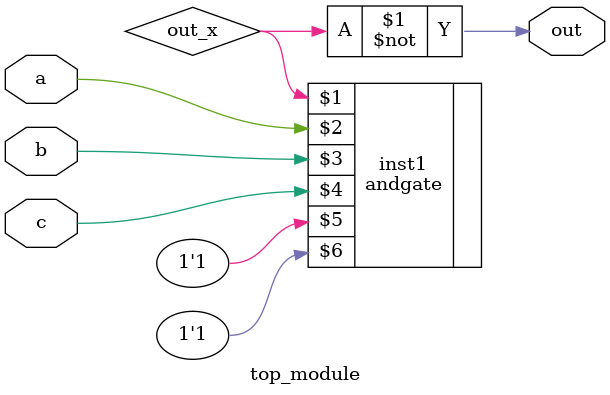
<source format=v>
module top_module (input a, input b, input c, output out);//

    reg out_x;
    andgate inst1 ( out_x, a, b, c, 1'b1, 1'b1);
    assign out = ~out_x;

endmodule
</source>
